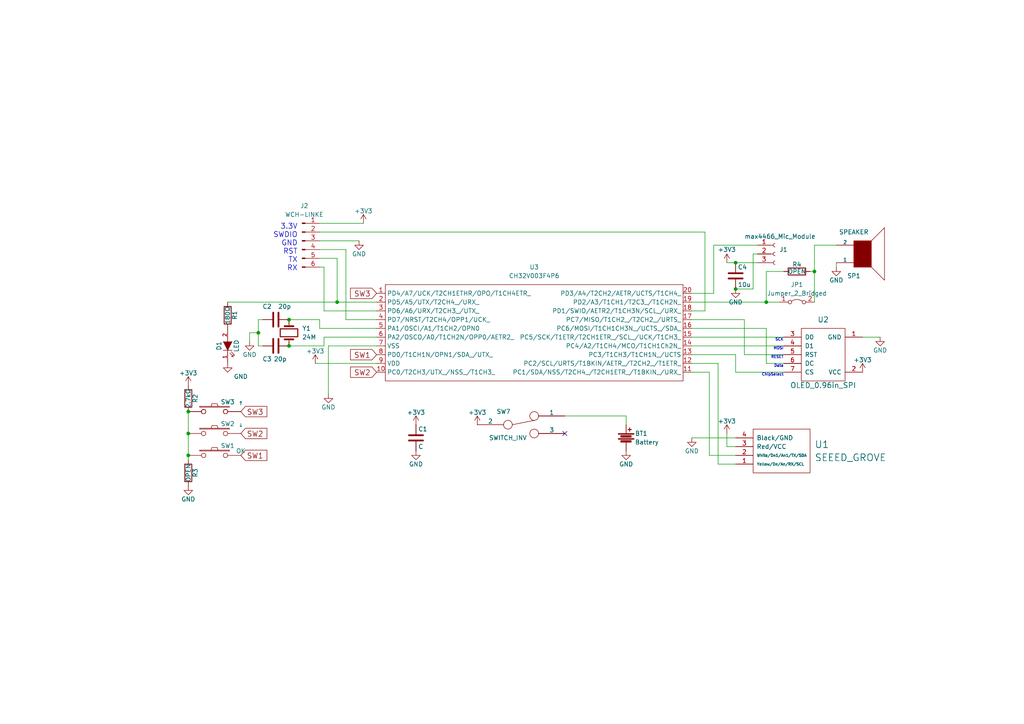
<source format=kicad_sch>
(kicad_sch (version 20230121) (generator eeschema)
  (paper "A4")
  (lib_symbols
    (symbol "Connector:Conn_01x03_Socket" (pin_names (offset 1.016) hide)
      (property "Reference" "J" (at 0 5.08 0))
      (property "Value" "Conn_01x03_Socket" (at 0 -5.08 0))
      (symbol "Conn_01x03_Socket_1_1"
        (arc (start 0 -2.032) (mid -0.5058 -2.54) (end 0 -3.048) (stroke (width 0.1524)))
        (polyline (pts (xy -1.27 -2.54) (xy -0.508 -2.54)) (stroke (width 0.1524)))
        (polyline (pts (xy -1.27 0) (xy -0.508 0)) (stroke (width 0.1524)))
        (polyline (pts (xy -1.27 2.54) (xy -0.508 2.54)) (stroke (width 0.1524)))
        (arc (start 0 0.508) (mid -0.5058 0) (end 0 -0.508) (stroke (width 0.1524)))
        (arc (start 0 3.048) (mid -0.5058 2.54) (end 0 2.032) (stroke (width 0.1524)))
        (pin passive line (at -5.08 2.54 0) (length 3.81) (name "Pin_1") (number "1"))
        (pin passive line (at -5.08 0 0) (length 3.81) (name "Pin_2") (number "2"))
        (pin passive line (at -5.08 -2.54 0) (length 3.81) (name "Pin_3") (number "3"))
      )
    )
    (symbol "Connector:Conn_01x06_Pin" (pin_names (offset 1.016) hide)
      (property "Reference" "J" (at 0 7.62 0))
      (property "Value" "Conn_01x06_Pin" (at 0 -10.16 0))
      (symbol "Conn_01x06_Pin_1_1"
        (polyline (pts (xy 1.27 -7.62) (xy 0.8636 -7.62)) (stroke (width 0.1524)))
        (polyline (pts (xy 1.27 -5.08) (xy 0.8636 -5.08)) (stroke (width 0.1524)))
        (polyline (pts (xy 1.27 -2.54) (xy 0.8636 -2.54)) (stroke (width 0.1524)))
        (polyline (pts (xy 1.27 0) (xy 0.8636 0)) (stroke (width 0.1524)))
        (polyline (pts (xy 1.27 2.54) (xy 0.8636 2.54)) (stroke (width 0.1524)))
        (polyline (pts (xy 1.27 5.08) (xy 0.8636 5.08)) (stroke (width 0.1524)))
        (rectangle (start 0.8636 -7.493) (end 0 -7.747) (stroke (width 0.1524)) (fill (type outline)))
        (rectangle (start 0.8636 -4.953) (end 0 -5.207) (stroke (width 0.1524)) (fill (type outline)))
        (rectangle (start 0.8636 -2.413) (end 0 -2.667) (stroke (width 0.1524)) (fill (type outline)))
        (rectangle (start 0.8636 0.127) (end 0 -0.127) (stroke (width 0.1524)) (fill (type outline)))
        (rectangle (start 0.8636 2.667) (end 0 2.413) (stroke (width 0.1524)) (fill (type outline)))
        (rectangle (start 0.8636 5.207) (end 0 4.953) (stroke (width 0.1524)) (fill (type outline)))
        (pin passive line (at 5.08 5.08 180) (length 3.81) (name "Pin_1") (number "1"))
        (pin passive line (at 5.08 2.54 180) (length 3.81) (name "Pin_2") (number "2"))
        (pin passive line (at 5.08 0 180) (length 3.81) (name "Pin_3") (number "3"))
        (pin passive line (at 5.08 -2.54 180) (length 3.81) (name "Pin_4") (number "4"))
        (pin passive line (at 5.08 -5.08 180) (length 3.81) (name "Pin_5") (number "5"))
        (pin passive line (at 5.08 -7.62 180) (length 3.81) (name "Pin_6") (number "6"))
      )
    )
    (symbol "Device:C" (pin_numbers hide) (pin_names (offset 0.254))
      (property "Reference" "C" (at 0.635 2.54 0))
      (property "Value" "C" (at 0.635 -2.54 0))
      (symbol "C_0_1"
        (polyline (pts (xy -2.032 -0.762) (xy 2.032 -0.762)) (stroke (width 0.508)))
        (polyline (pts (xy -2.032 0.762) (xy 2.032 0.762)) (stroke (width 0.508)))
      )
      (symbol "C_1_1"
        (pin passive line (at 0 3.81 270) (length 2.794) (name "~") (number "1"))
        (pin passive line (at 0 -3.81 90) (length 2.794) (name "~") (number "2"))
      )
    )
    (symbol "Device:Crystal" (pin_numbers hide) (pin_names (offset 1.016) hide)
      (property "Reference" "Y" (at 0 3.81 0))
      (property "Value" "Crystal" (at 0 -3.81 0))
      (symbol "Crystal_0_1"
        (rectangle (start -1.143 2.54) (end 1.143 -2.54) (stroke (width 0.3048)))
        (polyline (pts (xy -2.54 0) (xy -1.905 0)))
        (polyline (pts (xy -1.905 -1.27) (xy -1.905 1.27)) (stroke (width 0.508)))
        (polyline (pts (xy 1.905 -1.27) (xy 1.905 1.27)) (stroke (width 0.508)))
        (polyline (pts (xy 2.54 0) (xy 1.905 0)))
      )
      (symbol "Crystal_1_1"
        (pin passive line (at -3.81 0 0) (length 1.27) (name "1") (number "1"))
        (pin passive line (at 3.81 0 180) (length 1.27) (name "2") (number "2"))
      )
    )
    (symbol "FreqCounter3203-rescue:+3.3V" (power) (pin_names (offset 0))
      (property "Value" "+3.3V" (at 0 3.556 0))
      (symbol "+3.3V_0_1"
        (polyline (pts (xy -0.762 1.27) (xy 0 2.54)))
        (polyline (pts (xy 0 0) (xy 0 2.54)))
        (polyline (pts (xy 0 2.54) (xy 0.762 1.27)))
      )
      (symbol "+3.3V_1_1"
        (pin power_in line (at 0 0 90) (length 0) hide (name "+3V3") (number "1"))
      )
    )
    (symbol "FreqCounter3203-rescue:Battery" (pin_numbers hide) (pin_names (offset 0))
      (property "Reference" "BT" (at 2.54 1.27 0))
      (property "Value" "Battery" (at 2.54 -1.27 0))
      (symbol "Battery_0_1"
        (rectangle (start -2.286 -0.1778) (end 2.286 -0.4318) (fill (type outline)))
        (rectangle (start -2.286 1.27) (end 2.286 1.016) (fill (type outline)))
        (rectangle (start -1.5748 -0.762) (end 1.4732 -1.27) (fill (type outline)))
        (rectangle (start -1.5748 0.6858) (end 1.4732 0.1778) (fill (type outline)))
        (polyline (pts (xy 0.508 2.413) (xy 1.524 2.413)) (stroke (width 0.254)))
        (polyline (pts (xy 1.016 2.921) (xy 1.016 1.905)) (stroke (width 0.254)))
      )
      (symbol "Battery_1_1"
        (pin passive line (at 0 3.81 270) (length 2.54) (name "~") (number "1"))
        (pin passive line (at 0 -3.81 90) (length 2.54) (name "~") (number "2"))
      )
    )
    (symbol "FreqCounter3203-rescue:C" (pin_numbers hide) (pin_names (offset 0.254))
      (property "Reference" "C" (at 0.635 2.54 0))
      (property "Value" "C" (at 0.635 -2.54 0))
      (symbol "C_0_1"
        (polyline (pts (xy -2.032 -0.762) (xy 2.032 -0.762)) (stroke (width 0.508)))
        (polyline (pts (xy -2.032 0.762) (xy 2.032 0.762)) (stroke (width 0.508)))
      )
      (symbol "C_1_1"
        (pin passive line (at 0 3.81 270) (length 2.794) (name "~") (number "1"))
        (pin passive line (at 0 -3.81 90) (length 2.794) (name "~") (number "2"))
      )
    )
    (symbol "FreqCounter3203-rescue:GND" (power) (pin_names (offset 0))
      (property "Value" "GND" (at 0 -3.81 0))
      (symbol "GND_0_1"
        (polyline (pts (xy 0 0) (xy 0 -1.27) (xy 1.27 -1.27) (xy 0 -2.54) (xy -1.27 -1.27) (xy 0 -1.27)))
      )
      (symbol "GND_1_1"
        (pin power_in line (at 0 0 270) (length 0) hide (name "GND") (number "1"))
      )
    )
    (symbol "FreqCounter3203-rescue:LED" (pin_names (offset 1.016) hide)
      (property "Reference" "D" (at 0 2.54 0))
      (property "Value" "LED" (at 0 -2.54 0))
      (symbol "LED_0_1"
        (polyline (pts (xy -1.27 1.27) (xy -1.27 -1.27)))
        (polyline (pts (xy -2.032 -0.635) (xy -3.175 -1.651) (xy -3.048 -1.016)))
        (polyline (pts (xy -1.651 -1.016) (xy -2.794 -2.032) (xy -2.667 -1.397)))
        (polyline (pts (xy 1.27 1.27) (xy -1.27 0) (xy 1.27 -1.27)) (fill (type outline)))
      )
      (symbol "LED_1_1"
        (pin passive line (at -5.08 0 0) (length 3.81) (name "K") (number "1"))
        (pin passive line (at 5.08 0 180) (length 3.81) (name "A") (number "2"))
      )
    )
    (symbol "FreqCounter3203-rescue:OLED_0.96in_SPI" (pin_names (offset 1.016))
      (property "Reference" "U" (at 0 10.16 0))
      (property "Value" "OLED_0.96in_SPI" (at 0 -8.89 0))
      (symbol "OLED_0.96in_SPI_0_1"
        (rectangle (start -6.35 7.62) (end 6.35 -7.62))
      )
      (symbol "OLED_0.96in_SPI_1_1"
        (pin input line (at -11.43 5.08 0) (length 5.08) (name "GND") (number "1"))
        (pin input line (at -11.43 -5.08 0) (length 5.08) (name "VCC") (number "2"))
        (pin input line (at 11.43 5.08 180) (length 5.08) (name "D0") (number "3"))
        (pin input line (at 11.43 2.54 180) (length 5.08) (name "D1") (number "4"))
        (pin input line (at 11.43 0 180) (length 5.08) (name "RST") (number "5"))
        (pin input line (at 11.43 -2.54 180) (length 5.08) (name "DC") (number "6"))
        (pin input line (at 11.43 -5.08 180) (length 5.08) (name "CS") (number "7"))
      )
    )
    (symbol "FreqCounter3203-rescue:R" (pin_numbers hide) (pin_names (offset 0))
      (property "Reference" "R" (at 2.032 0 90))
      (property "Value" "R" (at 0 0 90))
      (symbol "R_0_1"
        (rectangle (start -1.016 -2.54) (end 1.016 2.54) (stroke (width 0.254)))
      )
      (symbol "R_1_1"
        (pin passive line (at 0 3.81 270) (length 1.27) (name "~") (number "1"))
        (pin passive line (at 0 -3.81 90) (length 1.27) (name "~") (number "2"))
      )
    )
    (symbol "FreqCounter3203-rescue:SPEAKER" (pin_numbers hide) (pin_names (offset 0))
      (property "Reference" "SP" (at -2.54 6.35 0))
      (property "Value" "SPEAKER" (at -2.54 -6.35 0))
      (symbol "SPEAKER_0_0"
        (polyline (pts (xy 2.54 3.81) (xy 6.35 7.62) (xy 6.35 -7.62) (xy 2.54 -3.81)))
        (polyline (pts (xy -2.54 3.81) (xy 2.54 3.81) (xy 2.54 -3.81) (xy -2.54 -3.81) (xy -2.54 3.81)) (fill (type outline)))
      )
      (symbol "SPEAKER_1_1"
        (pin input line (at -7.62 2.54 0) (length 5.08) (name "1") (number "1"))
        (pin input line (at -7.62 -2.54 0) (length 5.08) (name "2") (number "2"))
      )
    )
    (symbol "FreqCounter3203-rescue:SWITCH_INV" (pin_numbers hide) (pin_names (offset 0))
      (property "Reference" "SW" (at -5.08 3.81 0))
      (property "Value" "SWITCH_INV" (at -3.81 -3.81 0))
      (symbol "SWITCH_INV_0_0"
        (circle (center -3.81 0) (radius 1.27))
        (circle (center 3.81 -2.54) (radius 1.27))
      )
      (symbol "SWITCH_INV_0_1"
        (polyline (pts (xy -2.54 0) (xy 3.81 1.27)))
        (circle (center 3.81 2.54) (radius 1.27))
      )
      (symbol "SWITCH_INV_1_1"
        (pin passive line (at 12.7 2.54 180) (length 7.62) (name "1") (number "1"))
        (pin passive line (at -12.7 0 0) (length 7.62) (name "2") (number "2"))
        (pin passive line (at 12.7 -2.54 180) (length 7.62) (name "3") (number "3"))
      )
    )
    (symbol "FreqCounter3203-rescue:SW_PUSH" (pin_numbers hide) (pin_names (offset 1.016) hide)
      (property "Reference" "SW" (at 3.81 2.794 0))
      (property "Value" "SW_PUSH" (at 0 -2.032 0))
      (symbol "SW_PUSH_0_1"
        (rectangle (start -4.318 1.27) (end 4.318 1.524))
        (polyline (pts (xy -1.016 1.524) (xy -0.762 2.286) (xy 0.762 2.286) (xy 1.016 1.524)))
        (pin passive inverted (at -7.62 0 0) (length 5.08) (name "1") (number "1"))
        (pin passive inverted (at 7.62 0 180) (length 5.08) (name "2") (number "2"))
      )
    )
    (symbol "Jumper:Jumper_2_Bridged" (pin_names (offset 0) hide)
      (property "Reference" "JP" (at 0 1.905 0))
      (property "Value" "Jumper_2_Bridged" (at 0 -2.54 0))
      (symbol "Jumper_2_Bridged_0_0"
        (circle (center -2.032 0) (radius 0.508))
        (circle (center 2.032 0) (radius 0.508))
      )
      (symbol "Jumper_2_Bridged_0_1"
        (arc (start 1.524 0.254) (mid 0 0.762) (end -1.524 0.254))
      )
      (symbol "Jumper_2_Bridged_1_1"
        (pin passive line (at -5.08 0 0) (length 2.54) (name "A") (number "1"))
        (pin passive line (at 5.08 0 180) (length 2.54) (name "B") (number "2"))
      )
    )
    (symbol "nanbuwks:CH32V003F4P6"
      (property "Reference" "U" (at 0 15.24 0))
      (property "Value" "CH32V003F4P6" (at 0 -15.24 0))
      (symbol "CH32V003F4P6_0_1"
        (rectangle (start -43.18 13.97) (end 43.18 -13.97))
      )
      (symbol "CH32V003F4P6_1_1"
        (pin input line (at -45.72 11.43 0) (length 2.54) (name "PD4/A7/UCK/T2CH1ETHR/OPO/T1CH4ETR_") (number "1"))
        (pin input line (at -45.72 -11.43 0) (length 2.54) (name "PC0/T2CH3/UTX_/NSS_/T1CH3_") (number "10"))
        (pin input line (at 45.72 -11.43 180) (length 2.54) (name "PC1/SDA/NSS/T2CH4_/T2CH1ETR_/T1BKIN_/URX_") (number "11"))
        (pin input line (at 45.72 -8.89 180) (length 2.54) (name "PC2/SCL/URTS/T1BKIN/AETR_/T2CH2_/T1ETR_") (number "12"))
        (pin input line (at 45.72 -6.35 180) (length 2.54) (name "PC3/T1CH3/T1CH1N_/UCTS") (number "13"))
        (pin input line (at 45.72 -3.81 180) (length 2.54) (name "PC4/A2/T1CH4/MCO/T1CH1Ch2N_") (number "14"))
        (pin input line (at 45.72 -1.27 180) (length 2.54) (name "PC5/SCK/T1ETR/T2CH1ETR_/SCL_/UCK/T1CH3_") (number "15"))
        (pin input line (at 45.72 1.27 180) (length 2.54) (name "PC6/MOSI/T1CH1CH3N_/UCTS_/SDA_") (number "16"))
        (pin input line (at 45.72 3.81 180) (length 2.54) (name "PC7/MISO/T1CH2_/T2CH2_/URTS_") (number "17"))
        (pin input line (at 45.72 6.35 180) (length 2.54) (name "PD1/SWIO/AETR2/T1CH3N/SCL_/URX_") (number "18"))
        (pin input line (at 45.72 8.89 180) (length 2.54) (name "PD2/A3/T1CH1/T2C3_/T1CH2N_") (number "19"))
        (pin input line (at -45.72 8.89 0) (length 2.54) (name "PD5/A5/UTX/T2CH4_/URX_") (number "2"))
        (pin input line (at 45.72 11.43 180) (length 2.54) (name "PD3/A4/T2CH2/AETR/UCTS/T1CH4_") (number "20"))
        (pin input line (at -45.72 6.35 0) (length 2.54) (name "PD6/A6/URX/T2CH3_/UTX_") (number "3"))
        (pin input line (at -45.72 3.81 0) (length 2.54) (name "PD7/NRST/T2CH4/OPP1/UCK_") (number "4"))
        (pin input line (at -45.72 1.27 0) (length 2.54) (name "PA1/OSCI/A1/T1CH2/OPN0") (number "5"))
        (pin input line (at -45.72 -1.27 0) (length 2.54) (name "PA2/OSCO/A0/T1CH2N/OPP0/AETR2_") (number "6"))
        (pin input line (at -45.72 -3.81 0) (length 2.54) (name "VSS") (number "7"))
        (pin input line (at -45.72 -6.35 0) (length 2.54) (name "PD0/T1CH1N/OPN1/SDA_/UTX_") (number "8"))
        (pin input line (at -45.72 -8.89 0) (length 2.54) (name "VDD") (number "9"))
      )
    )
    (symbol "nanbuwks:SEEED_GROVE" (pin_names (offset 1.016))
      (property "Reference" "U" (at 0 16.51 0))
      (property "Value" "SEEED_GROVE" (at 0 20.32 0))
      (symbol "SEEED_GROVE_0_1"
        (rectangle (start -6.35 13.97) (end 6.35 -2.54))
      )
      (symbol "SEEED_GROVE_1_1"
        (pin input line (at -3.81 -7.62 90) (length 5.08) (name "Yellow/Dn/An/RX/SCL") (number "1"))
        (pin input line (at -1.27 -7.62 90) (length 5.08) (name "White/Dn1/An1/TX/SDA") (number "2"))
        (pin power_in line (at 1.27 -7.62 90) (length 5.08) (name "Red/VCC") (number "3"))
        (pin power_in line (at 3.81 -7.62 90) (length 5.08) (name "Black/GND") (number "4"))
      )
    )
  )
  (junction (at 54.61 119.38))
  (junction (at 213.36 83.82))
  (junction (at 213.36 76.2))
  (junction (at 83.82 92.71))
  (junction (at 222.25 87.63))
  (junction (at 236.22 78.74))
  (junction (at 54.61 125.73))
  (junction (at 83.82 100.33))
  (junction (at 54.61 132.08))
  (junction (at 74.93 96.52))
  (junction (at 97.79 87.63))
  (no_connect (at 163.83 125.73))
  (wire (pts (xy 200.66 92.71) (xy 215.9 92.71)))
  (wire (pts (xy 204.47 67.31) (xy 92.71 67.31)))
  (wire (pts (xy 93.98 90.17) (xy 109.22 90.17)))
  (wire (pts (xy 200.66 107.95) (xy 205.74 107.95)))
  (wire (pts (xy 210.82 76.2) (xy 213.36 76.2)))
  (wire (pts (xy 93.98 97.79) (xy 109.22 97.79)))
  (wire (pts (xy 92.71 72.39) (xy 100.33 72.39)))
  (wire (pts (xy 218.44 83.82) (xy 218.44 73.66)))
  (wire (pts (xy 210.82 125.73) (xy 210.82 129.54)))
  (wire (pts (xy 74.93 92.71) (xy 74.93 96.52)))
  (wire (pts (xy 227.33 78.74) (xy 222.25 78.74)))
  (wire (pts (xy 205.74 107.95) (xy 205.74 132.08)))
  (wire (pts (xy 54.61 125.73) (xy 54.61 119.38)))
  (wire (pts (xy 97.79 87.63) (xy 109.22 87.63)))
  (wire (pts (xy 250.19 97.79) (xy 255.27 97.79)))
  (wire (pts (xy 74.93 100.33) (xy 76.2 100.33)))
  (wire (pts (xy 97.79 74.93) (xy 92.71 74.93)))
  (wire (pts (xy 227.33 107.95) (xy 213.36 107.95)))
  (wire (pts (xy 83.82 100.33) (xy 93.98 100.33)))
  (wire (pts (xy 100.33 72.39) (xy 100.33 92.71)))
  (wire (pts (xy 54.61 132.08) (xy 54.61 133.35)))
  (wire (pts (xy 74.93 96.52) (xy 74.93 100.33)))
  (wire (pts (xy 97.79 87.63) (xy 66.04 87.63)))
  (wire (pts (xy 92.71 95.25) (xy 109.22 95.25)))
  (wire (pts (xy 200.66 127) (xy 213.36 127)))
  (wire (pts (xy 109.22 100.33) (xy 95.25 100.33)))
  (wire (pts (xy 200.66 90.17) (xy 204.47 90.17)))
  (wire (pts (xy 200.66 95.25) (xy 222.25 95.25)))
  (wire (pts (xy 222.25 105.41) (xy 227.33 105.41)))
  (wire (pts (xy 208.28 105.41) (xy 208.28 134.62)))
  (wire (pts (xy 222.25 78.74) (xy 222.25 87.63)))
  (wire (pts (xy 200.66 97.79) (xy 227.33 97.79)))
  (wire (pts (xy 200.66 100.33) (xy 227.33 100.33)))
  (wire (pts (xy 213.36 76.2) (xy 219.71 76.2)))
  (wire (pts (xy 219.71 71.12) (xy 207.01 71.12)))
  (wire (pts (xy 91.44 105.41) (xy 109.22 105.41)))
  (wire (pts (xy 205.74 132.08) (xy 213.36 132.08)))
  (wire (pts (xy 215.9 102.87) (xy 227.33 102.87)))
  (wire (pts (xy 72.39 96.52) (xy 74.93 96.52)))
  (wire (pts (xy 93.98 100.33) (xy 93.98 97.79)))
  (wire (pts (xy 236.22 71.12) (xy 242.57 71.12)))
  (wire (pts (xy 93.98 77.47) (xy 93.98 90.17)))
  (wire (pts (xy 97.79 74.93) (xy 97.79 87.63)))
  (wire (pts (xy 72.39 96.52) (xy 72.39 99.06)))
  (wire (pts (xy 92.71 95.25) (xy 92.71 92.71)))
  (wire (pts (xy 95.25 100.33) (xy 95.25 114.3)))
  (wire (pts (xy 92.71 92.71) (xy 83.82 92.71)))
  (wire (pts (xy 92.71 69.85) (xy 104.14 69.85)))
  (wire (pts (xy 207.01 85.09) (xy 200.66 85.09)))
  (wire (pts (xy 76.2 92.71) (xy 74.93 92.71)))
  (wire (pts (xy 200.66 105.41) (xy 208.28 105.41)))
  (wire (pts (xy 213.36 129.54) (xy 210.82 129.54)))
  (wire (pts (xy 207.01 71.12) (xy 207.01 85.09)))
  (wire (pts (xy 236.22 71.12) (xy 236.22 78.74)))
  (wire (pts (xy 208.28 134.62) (xy 213.36 134.62)))
  (wire (pts (xy 163.83 120.65) (xy 181.61 120.65)))
  (wire (pts (xy 213.36 102.87) (xy 200.66 102.87)))
  (wire (pts (xy 92.71 64.77) (xy 105.41 64.77)))
  (wire (pts (xy 92.71 77.47) (xy 93.98 77.47)))
  (wire (pts (xy 218.44 73.66) (xy 219.71 73.66)))
  (wire (pts (xy 213.36 83.82) (xy 218.44 83.82)))
  (wire (pts (xy 234.95 78.74) (xy 236.22 78.74)))
  (wire (pts (xy 226.06 87.63) (xy 222.25 87.63)))
  (wire (pts (xy 222.25 87.63) (xy 200.66 87.63)))
  (wire (pts (xy 236.22 78.74) (xy 236.22 87.63)))
  (wire (pts (xy 242.57 76.2) (xy 242.57 77.47)))
  (wire (pts (xy 54.61 125.73) (xy 54.61 132.08)))
  (wire (pts (xy 213.36 107.95) (xy 213.36 102.87)))
  (wire (pts (xy 215.9 92.71) (xy 215.9 102.87)))
  (wire (pts (xy 181.61 120.65) (xy 181.61 123.19)))
  (wire (pts (xy 222.25 95.25) (xy 222.25 105.41)))
  (wire (pts (xy 100.33 92.71) (xy 109.22 92.71)))
  (wire (pts (xy 204.47 90.17) (xy 204.47 67.31)))
  (text "3.3V\nSWDIO\nGND\nRST\nTX\nRX\n" (at 86.36 78.74 0) (effects (font (size 1.5 1.5)) (justify right bottom)))
  (text "SCK\n\nMOSI\n\nRESET\n\nData\n\nChipSelect" (at 227.33 109.22 0) (effects (font (size 0.7874 0.7874)) (justify right bottom)))
  (global_label "SW3" (shape input) (at 109.22 85.09 180) (effects (font (size 1.524 1.524))) (property "Intersheetrefs" "${INTERSHEET_REFS}" (effects hide)))
  (global_label "SW2" (shape input) (at 109.22 107.95 180) (effects (font (size 1.524 1.524))) (property "Intersheetrefs" "${INTERSHEET_REFS}" (effects hide)))
  (global_label "SW2" (shape input) (at 69.85 125.73 0) (effects (font (size 1.524 1.524))) (property "Intersheetrefs" "${INTERSHEET_REFS}" (effects hide)))
  (global_label "SW1" (shape input) (at 69.85 132.08 0) (effects (font (size 1.524 1.524))) (property "Intersheetrefs" "${INTERSHEET_REFS}" (effects hide)))
  (global_label "SW1" (shape input) (at 109.22 102.87 180) (effects (font (size 1.524 1.524))) (property "Intersheetrefs" "${INTERSHEET_REFS}" (effects hide)))
  (global_label "SW3" (shape input) (at 69.85 119.38 0) (effects (font (size 1.524 1.524))) (property "Intersheetrefs" "${INTERSHEET_REFS}" (effects hide)))
  (symbol (lib_id "FreqCounter3203-rescue:Battery") (at 181.61 127 0) (unit 1)
    (property "Reference" "BT1" (at 184.15 125.73 0) (effects (justify left)))
    (property "Value" "Battery" (at 184.15 128.27 0) (effects (justify left)))
    (property "Footprint" "Battery:BatteryHolder_Keystone_3002_1x2032" (effects hide))
  )
  (symbol (lib_id "FreqCounter3203-rescue:+3.3V") (at 250.19 107.95 0) (mirror y) (unit 1)
    (property "Reference" "#PWR05" (effects hide))
    (property "Value" "+3.3V" (at 250.19 104.394 0))
  )
  (symbol (lib_id "FreqCounter3203-rescue:GND") (at 255.27 97.79 0) (mirror y) (unit 1)
    (property "Reference" "#PWR02" (effects hide))
    (property "Value" "GND" (at 255.27 101.6 0))
  )
  (symbol (lib_id "FreqCounter3203-rescue:GND") (at 181.61 130.81 0) (unit 1)
    (property "Reference" "#PWR010" (effects hide))
    (property "Value" "GND" (at 181.61 134.62 0))
  )
  (symbol (lib_id "FreqCounter3203-rescue:R") (at 66.04 91.44 0) (unit 1)
    (property "Reference" "R1" (at 68.072 91.44 90))
    (property "Value" "180Ω" (at 66.04 91.44 90))
    (property "Footprint" "Resistor_SMD:R_0603_1608Metric" (effects hide))
  )
  (symbol (lib_id "FreqCounter3203-rescue:LED") (at 66.04 100.33 90) (unit 1)
    (property "Reference" "D1" (at 63.5 100.33 0))
    (property "Value" "LED" (at 68.58 100.33 0))
    (property "Footprint" "LED_THT:LED_D3.0mm" (effects hide))
  )
  (symbol (lib_id "FreqCounter3203-rescue:SW_PUSH") (at 62.23 132.08 0) (unit 1)
    (property "Reference" "SW1" (at 66.04 129.286 0))
    (property "Value" "OK" (at 69.85 130.81 0))
    (property "Footprint" "Button_Switch_SMD:SW_Push_1P1T_NO_6x6mm_H9.5mm" (effects hide))
  )
  (symbol (lib_id "FreqCounter3203-rescue:SW_PUSH") (at 62.23 125.73 0) (unit 1)
    (property "Reference" "SW2" (at 66.04 122.936 0))
    (property "Value" "↓" (at 69.85 123.19 0))
    (property "Footprint" "Button_Switch_SMD:SW_Push_1P1T_NO_6x6mm_H9.5mm" (effects hide))
  )
  (symbol (lib_id "FreqCounter3203-rescue:R") (at 54.61 137.16 0) (unit 1)
    (property "Reference" "R3" (at 56.642 137.16 90))
    (property "Value" "OPEN" (at 54.61 137.16 90))
    (property "Footprint" "Resistor_SMD:R_0603_1608Metric" (effects hide))
  )
  (symbol (lib_id "FreqCounter3203-rescue:GND") (at 54.61 140.97 0) (unit 1)
    (property "Reference" "#PWR07" (effects hide))
    (property "Value" "GND" (at 54.61 144.78 0))
  )
  (symbol (lib_id "FreqCounter3203-rescue:R") (at 54.61 115.57 0) (unit 1)
    (property "Reference" "R2" (at 56.642 115.57 90))
    (property "Value" "2.7kΩ" (at 54.61 115.57 90))
    (property "Footprint" "Resistor_SMD:R_0603_1608Metric" (effects hide))
  )
  (symbol (lib_id "FreqCounter3203-rescue:+3.3V") (at 54.61 111.76 0) (unit 1)
    (property "Reference" "#PWR06" (effects hide))
    (property "Value" "+3.3V" (at 54.61 108.204 0))
  )
  (symbol (lib_id "FreqCounter3203-rescue:SPEAKER") (at 250.19 73.66 0) (mirror x) (unit 1)
    (property "Reference" "SP1" (at 247.65 80.01 0))
    (property "Value" "SPEAKER" (at 247.65 67.31 0))
    (property "Footprint" "Buzzer_Beeper:Buzzer_TDK_PS1240P02BT_D12.2mm_H6.5mm" (effects hide))
  )
  (symbol (lib_id "FreqCounter3203-rescue:GND") (at 242.57 77.47 0) (mirror y) (unit 1)
    (property "Reference" "#PWR08" (effects hide))
    (property "Value" "GND" (at 242.57 81.28 0))
  )
  (symbol (lib_id "FreqCounter3203-rescue:+3.3V") (at 138.43 123.19 0) (unit 1)
    (property "Reference" "#PWR09" (effects hide))
    (property "Value" "+3.3V" (at 138.43 119.634 0))
  )
  (symbol (lib_id "FreqCounter3203-rescue:OLED_0.96in_SPI") (at 238.76 102.87 0) (mirror y) (unit 1)
    (property "Reference" "U2" (at 238.76 92.71 0) (effects (font (size 1.524 1.524))))
    (property "Value" "OLED_0.96in_SPI" (at 238.76 111.76 0) (effects (font (size 1.524 1.524))))
    (property "Footprint" "library:OLED_0.96in_SPI" (effects hide))
  )
  (symbol (lib_id "FreqCounter3203-rescue:SWITCH_INV") (at 151.13 123.19 0) (unit 1)
    (property "Reference" "SW7" (at 146.05 119.38 0))
    (property "Value" "SWITCH_INV" (at 147.32 127 0))
    (property "Footprint" "Connector_PinHeader_2.54mm:PinHeader_1x03_P2.54mm_Vertical" (effects hide))
  )
  (symbol (lib_id "Connector:Conn_01x03_Socket") (at 224.79 73.66 0) (unit 1)
    (property "Reference" "J1" (at 226.06 72.39 0) (effects (justify left)))
    (property "Value" "max4466_Mic_Module" (at 215.9 68.58 0) (effects (justify left)))
    (property "Footprint" "Connector_PinHeader_2.54mm:PinHeader_1x03_P2.54mm_Vertical" (effects hide))
  )
  (symbol (lib_id "FreqCounter3203-rescue:C") (at 120.65 127 0) (unit 1)
    (property "Reference" "C1" (at 121.285 124.46 0) (effects (justify left)))
    (property "Value" "C" (at 121.285 129.54 0) (effects (justify left)))
    (property "Footprint" "Capacitor_SMD:C_0603_1608Metric" (effects hide))
  )
  (symbol (lib_id "FreqCounter3203-rescue:GND") (at 104.14 69.85 0) (unit 1)
    (property "Reference" "#PWR016" (effects hide))
    (property "Value" "GND" (at 104.14 73.66 0))
  )
  (symbol (lib_id "Device:C") (at 80.01 100.33 90) (unit 1)
    (property "Reference" "C3" (at 77.47 104.14 90))
    (property "Value" "20p" (at 81.28 104.14 90))
    (property "Footprint" "Capacitor_SMD:C_0603_1608Metric" (effects hide))
  )
  (symbol (lib_id "FreqCounter3203-rescue:SW_PUSH") (at 62.23 119.38 0) (unit 1)
    (property "Reference" "SW3" (at 66.04 116.586 0))
    (property "Value" "↑" (at 69.85 116.84 0))
    (property "Footprint" "Button_Switch_SMD:SW_Push_1P1T_NO_6x6mm_H9.5mm" (effects hide))
  )
  (symbol (lib_id "FreqCounter3203-rescue:+3.3V") (at 210.82 125.73 0) (unit 1)
    (property "Reference" "#PWR019" (effects hide))
    (property "Value" "+3.3V" (at 210.82 122.174 0))
  )
  (symbol (lib_id "Device:C") (at 80.01 92.71 90) (unit 1)
    (property "Reference" "C2" (at 77.47 88.9 90))
    (property "Value" "20p" (at 82.55 88.9 90))
    (property "Footprint" "Capacitor_SMD:C_0603_1608Metric" (effects hide))
  )
  (symbol (lib_id "FreqCounter3203-rescue:R") (at 231.14 78.74 90) (unit 1)
    (property "Reference" "R4" (at 231.14 76.708 90))
    (property "Value" "OPEN" (at 231.14 78.74 90))
    (property "Footprint" "Resistor_SMD:R_0603_1608Metric" (effects hide))
  )
  (symbol (lib_id "nanbuwks:CH32V003F4P6") (at 154.94 96.52 0) (unit 1)
    (property "Reference" "U3" (at 154.94 77.47 0))
    (property "Value" "CH32V003F4P6" (at 154.94 80.01 0))
    (property "Footprint" "Package_SO:TSSOP-20_4.4x6.5mm_P0.65mm" (effects hide))
  )
  (symbol (lib_id "FreqCounter3203-rescue:GND") (at 213.36 83.82 0) (unit 1)
    (property "Reference" "#PWR04" (effects hide))
    (property "Value" "GND" (at 213.36 87.63 0))
  )
  (symbol (lib_id "FreqCounter3203-rescue:+3.3V") (at 105.41 64.77 0) (unit 1)
    (property "Reference" "#PWR015" (effects hide))
    (property "Value" "+3.3V" (at 105.41 61.214 0))
  )
  (symbol (lib_id "FreqCounter3203-rescue:GND") (at 200.66 127 0) (unit 1)
    (property "Reference" "#PWR018" (effects hide))
    (property "Value" "GND" (at 200.66 130.81 0))
  )
  (symbol (lib_id "Device:Crystal") (at 83.82 96.52 90) (unit 1)
    (property "Reference" "Y1" (at 87.63 95.25 90) (effects (justify right)))
    (property "Value" "24M" (at 87.63 97.79 90) (effects (justify right)))
    (property "Footprint" "Crystal:Crystal_SMD_HC49-SD" (effects hide))
  )
  (symbol (lib_id "FreqCounter3203-rescue:+3.3V") (at 91.44 105.41 0) (unit 1)
    (property "Reference" "#PWR011" (effects hide))
    (property "Value" "+3.3V" (at 91.44 101.854 0))
  )
  (symbol (lib_id "FreqCounter3203-rescue:C") (at 213.36 80.01 0) (unit 1)
    (property "Reference" "C4" (at 213.995 77.47 0) (effects (justify left)))
    (property "Value" "10u" (at 213.995 82.55 0) (effects (justify left)))
    (property "Footprint" "Capacitor_SMD:C_0603_1608Metric" (effects hide))
  )
  (symbol (lib_id "FreqCounter3203-rescue:GND") (at 72.39 99.06 0) (unit 1)
    (property "Reference" "#PWR017" (effects hide))
    (property "Value" "GND" (at 72.39 102.87 0))
  )
  (symbol (lib_id "Jumper:Jumper_2_Bridged") (at 231.14 87.63 0) (unit 1)
    (property "Reference" "JP1" (at 231.14 82.55 0))
    (property "Value" "Jumper_2_Bridged" (at 231.14 85.09 0))
    (property "Footprint" "Jumper:SolderJumper-2_P1.3mm_Bridged_Pad1.0x1.5mm" (effects hide))
  )
  (symbol (lib_id "FreqCounter3203-rescue:GND") (at 66.04 105.41 0) (unit 1)
    (property "Reference" "#PWR03" (effects hide))
    (property "Value" "GND" (at 69.85 109.22 0))
  )
  (symbol (lib_id "FreqCounter3203-rescue:+3.3V") (at 120.65 123.19 0) (unit 1)
    (property "Reference" "#PWR013" (effects hide))
    (property "Value" "+3.3V" (at 120.65 119.634 0))
  )
  (symbol (lib_id "FreqCounter3203-rescue:GND") (at 120.65 130.81 0) (unit 1)
    (property "Reference" "#PWR014" (effects hide))
    (property "Value" "GND" (at 120.65 134.62 0))
  )
  (symbol (lib_id "FreqCounter3203-rescue:GND") (at 95.25 114.3 0) (unit 1)
    (property "Reference" "#PWR012" (effects hide))
    (property "Value" "GND" (at 95.25 118.11 0))
  )
  (symbol (lib_id "FreqCounter3203-rescue:+3.3V") (at 210.82 76.2 0) (unit 1)
    (property "Reference" "#PWR01" (effects hide))
    (property "Value" "+3.3V" (at 210.82 72.39 0))
  )
  (symbol (lib_id "nanbuwks:SEEED_GROVE") (at 220.98 130.81 270) (mirror x) (unit 1)
    (property "Reference" "U1" (at 236.22 128.905 90) (effects (font (size 2.0066 2.0066)) (justify left)))
    (property "Value" "SEEED_GROVE" (at 236.22 132.715 90) (effects (font (size 2.0066 2.0066)) (justify left)))
    (property "Footprint" "Connector_JST:JST_PH_B4B-PH-K_1x04_P2.00mm_Vertical" (effects hide))
  )
  (symbol (lib_id "Connector:Conn_01x06_Pin") (at 87.63 69.85 0) (unit 1)
    (property "Reference" "J2" (at 88.265 59.69 0))
    (property "Value" "WCH-LINKE" (at 88.265 62.23 0))
    (property "Footprint" "Connector_PinHeader_2.54mm:PinHeader_1x06_P2.54mm_Vertical" (effects hide))
  )
)
</source>
